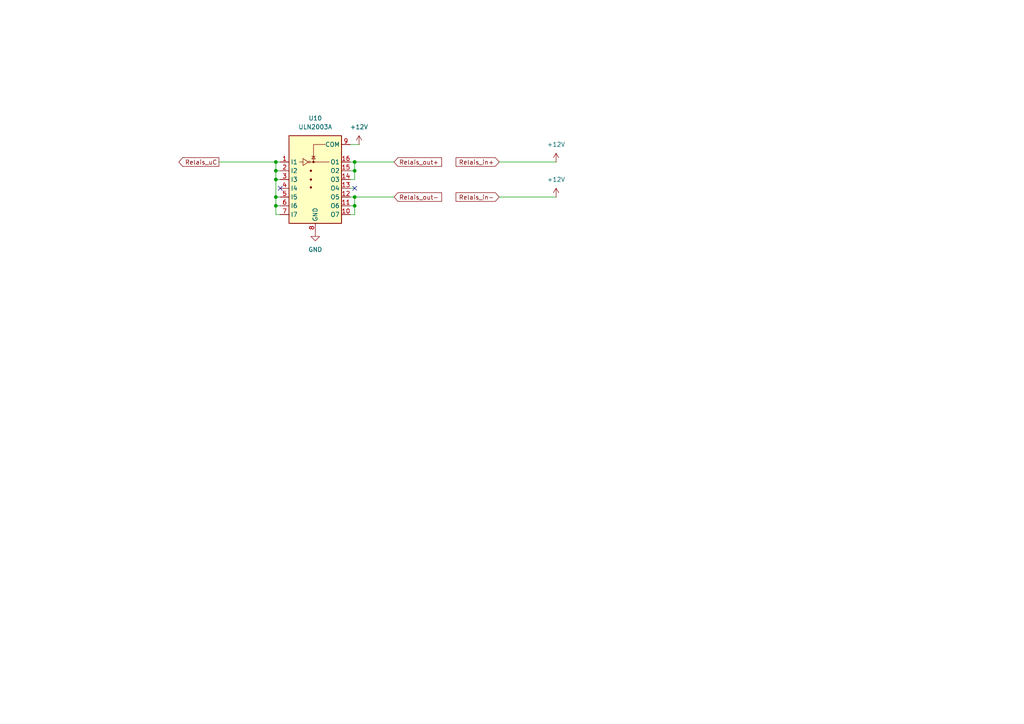
<source format=kicad_sch>
(kicad_sch
	(version 20250114)
	(generator "eeschema")
	(generator_version "9.0")
	(uuid "7ee19818-9e30-4c04-a475-527b6bf482d3")
	(paper "A4")
	(lib_symbols
		(symbol "Transistor_Array:ULN2003A"
			(exclude_from_sim no)
			(in_bom yes)
			(on_board yes)
			(property "Reference" "U"
				(at 0 15.875 0)
				(effects
					(font
						(size 1.27 1.27)
					)
				)
			)
			(property "Value" "ULN2003A"
				(at 0 13.97 0)
				(effects
					(font
						(size 1.27 1.27)
					)
				)
			)
			(property "Footprint" ""
				(at 1.27 -13.97 0)
				(effects
					(font
						(size 1.27 1.27)
					)
					(justify left)
					(hide yes)
				)
			)
			(property "Datasheet" "http://www.ti.com/lit/ds/symlink/uln2003a.pdf"
				(at 2.54 -5.08 0)
				(effects
					(font
						(size 1.27 1.27)
					)
					(hide yes)
				)
			)
			(property "Description" "High Voltage, High Current Darlington Transistor Arrays, SOIC16/SOIC16W/DIP16/TSSOP16"
				(at 0 0 0)
				(effects
					(font
						(size 1.27 1.27)
					)
					(hide yes)
				)
			)
			(property "ki_keywords" "darlington transistor array"
				(at 0 0 0)
				(effects
					(font
						(size 1.27 1.27)
					)
					(hide yes)
				)
			)
			(property "ki_fp_filters" "DIP*W7.62mm* SOIC*3.9x9.9mm*P1.27mm* SSOP*4.4x5.2mm*P0.65mm* TSSOP*4.4x5mm*P0.65mm* SOIC*W*5.3x10.2mm*P1.27mm*"
				(at 0 0 0)
				(effects
					(font
						(size 1.27 1.27)
					)
					(hide yes)
				)
			)
			(symbol "ULN2003A_0_1"
				(rectangle
					(start -7.62 -12.7)
					(end 7.62 12.7)
					(stroke
						(width 0.254)
						(type default)
					)
					(fill
						(type background)
					)
				)
				(polyline
					(pts
						(xy -4.572 5.08) (xy -3.556 5.08)
					)
					(stroke
						(width 0)
						(type default)
					)
					(fill
						(type none)
					)
				)
				(polyline
					(pts
						(xy -3.556 6.096) (xy -3.556 4.064) (xy -2.032 5.08) (xy -3.556 6.096)
					)
					(stroke
						(width 0)
						(type default)
					)
					(fill
						(type none)
					)
				)
				(circle
					(center -1.778 5.08)
					(radius 0.254)
					(stroke
						(width 0)
						(type default)
					)
					(fill
						(type none)
					)
				)
				(polyline
					(pts
						(xy -1.524 5.08) (xy 4.064 5.08)
					)
					(stroke
						(width 0)
						(type default)
					)
					(fill
						(type none)
					)
				)
				(circle
					(center -1.27 2.54)
					(radius 0.254)
					(stroke
						(width 0)
						(type default)
					)
					(fill
						(type outline)
					)
				)
				(circle
					(center -1.27 0)
					(radius 0.254)
					(stroke
						(width 0)
						(type default)
					)
					(fill
						(type outline)
					)
				)
				(circle
					(center -1.27 -2.286)
					(radius 0.254)
					(stroke
						(width 0)
						(type default)
					)
					(fill
						(type outline)
					)
				)
				(circle
					(center -0.508 5.08)
					(radius 0.254)
					(stroke
						(width 0)
						(type default)
					)
					(fill
						(type outline)
					)
				)
				(polyline
					(pts
						(xy -0.508 5.08) (xy -0.508 10.16) (xy 2.921 10.16)
					)
					(stroke
						(width 0)
						(type default)
					)
					(fill
						(type none)
					)
				)
				(polyline
					(pts
						(xy 0 6.731) (xy -1.016 6.731)
					)
					(stroke
						(width 0)
						(type default)
					)
					(fill
						(type none)
					)
				)
				(polyline
					(pts
						(xy 0 5.969) (xy -1.016 5.969) (xy -0.508 6.731) (xy 0 5.969)
					)
					(stroke
						(width 0)
						(type default)
					)
					(fill
						(type none)
					)
				)
			)
			(symbol "ULN2003A_1_1"
				(pin input line
					(at -10.16 5.08 0)
					(length 2.54)
					(name "I1"
						(effects
							(font
								(size 1.27 1.27)
							)
						)
					)
					(number "1"
						(effects
							(font
								(size 1.27 1.27)
							)
						)
					)
				)
				(pin input line
					(at -10.16 2.54 0)
					(length 2.54)
					(name "I2"
						(effects
							(font
								(size 1.27 1.27)
							)
						)
					)
					(number "2"
						(effects
							(font
								(size 1.27 1.27)
							)
						)
					)
				)
				(pin input line
					(at -10.16 0 0)
					(length 2.54)
					(name "I3"
						(effects
							(font
								(size 1.27 1.27)
							)
						)
					)
					(number "3"
						(effects
							(font
								(size 1.27 1.27)
							)
						)
					)
				)
				(pin input line
					(at -10.16 -2.54 0)
					(length 2.54)
					(name "I4"
						(effects
							(font
								(size 1.27 1.27)
							)
						)
					)
					(number "4"
						(effects
							(font
								(size 1.27 1.27)
							)
						)
					)
				)
				(pin input line
					(at -10.16 -5.08 0)
					(length 2.54)
					(name "I5"
						(effects
							(font
								(size 1.27 1.27)
							)
						)
					)
					(number "5"
						(effects
							(font
								(size 1.27 1.27)
							)
						)
					)
				)
				(pin input line
					(at -10.16 -7.62 0)
					(length 2.54)
					(name "I6"
						(effects
							(font
								(size 1.27 1.27)
							)
						)
					)
					(number "6"
						(effects
							(font
								(size 1.27 1.27)
							)
						)
					)
				)
				(pin input line
					(at -10.16 -10.16 0)
					(length 2.54)
					(name "I7"
						(effects
							(font
								(size 1.27 1.27)
							)
						)
					)
					(number "7"
						(effects
							(font
								(size 1.27 1.27)
							)
						)
					)
				)
				(pin power_in line
					(at 0 -15.24 90)
					(length 2.54)
					(name "GND"
						(effects
							(font
								(size 1.27 1.27)
							)
						)
					)
					(number "8"
						(effects
							(font
								(size 1.27 1.27)
							)
						)
					)
				)
				(pin passive line
					(at 10.16 10.16 180)
					(length 2.54)
					(name "COM"
						(effects
							(font
								(size 1.27 1.27)
							)
						)
					)
					(number "9"
						(effects
							(font
								(size 1.27 1.27)
							)
						)
					)
				)
				(pin open_collector line
					(at 10.16 5.08 180)
					(length 2.54)
					(name "O1"
						(effects
							(font
								(size 1.27 1.27)
							)
						)
					)
					(number "16"
						(effects
							(font
								(size 1.27 1.27)
							)
						)
					)
				)
				(pin open_collector line
					(at 10.16 2.54 180)
					(length 2.54)
					(name "O2"
						(effects
							(font
								(size 1.27 1.27)
							)
						)
					)
					(number "15"
						(effects
							(font
								(size 1.27 1.27)
							)
						)
					)
				)
				(pin open_collector line
					(at 10.16 0 180)
					(length 2.54)
					(name "O3"
						(effects
							(font
								(size 1.27 1.27)
							)
						)
					)
					(number "14"
						(effects
							(font
								(size 1.27 1.27)
							)
						)
					)
				)
				(pin open_collector line
					(at 10.16 -2.54 180)
					(length 2.54)
					(name "O4"
						(effects
							(font
								(size 1.27 1.27)
							)
						)
					)
					(number "13"
						(effects
							(font
								(size 1.27 1.27)
							)
						)
					)
				)
				(pin open_collector line
					(at 10.16 -5.08 180)
					(length 2.54)
					(name "O5"
						(effects
							(font
								(size 1.27 1.27)
							)
						)
					)
					(number "12"
						(effects
							(font
								(size 1.27 1.27)
							)
						)
					)
				)
				(pin open_collector line
					(at 10.16 -7.62 180)
					(length 2.54)
					(name "O6"
						(effects
							(font
								(size 1.27 1.27)
							)
						)
					)
					(number "11"
						(effects
							(font
								(size 1.27 1.27)
							)
						)
					)
				)
				(pin open_collector line
					(at 10.16 -10.16 180)
					(length 2.54)
					(name "O7"
						(effects
							(font
								(size 1.27 1.27)
							)
						)
					)
					(number "10"
						(effects
							(font
								(size 1.27 1.27)
							)
						)
					)
				)
			)
			(embedded_fonts no)
		)
		(symbol "power:+12V"
			(power)
			(pin_numbers
				(hide yes)
			)
			(pin_names
				(offset 0)
				(hide yes)
			)
			(exclude_from_sim no)
			(in_bom yes)
			(on_board yes)
			(property "Reference" "#PWR"
				(at 0 -3.81 0)
				(effects
					(font
						(size 1.27 1.27)
					)
					(hide yes)
				)
			)
			(property "Value" "+12V"
				(at 0 3.556 0)
				(effects
					(font
						(size 1.27 1.27)
					)
				)
			)
			(property "Footprint" ""
				(at 0 0 0)
				(effects
					(font
						(size 1.27 1.27)
					)
					(hide yes)
				)
			)
			(property "Datasheet" ""
				(at 0 0 0)
				(effects
					(font
						(size 1.27 1.27)
					)
					(hide yes)
				)
			)
			(property "Description" "Power symbol creates a global label with name \"+12V\""
				(at 0 0 0)
				(effects
					(font
						(size 1.27 1.27)
					)
					(hide yes)
				)
			)
			(property "ki_keywords" "global power"
				(at 0 0 0)
				(effects
					(font
						(size 1.27 1.27)
					)
					(hide yes)
				)
			)
			(symbol "+12V_0_1"
				(polyline
					(pts
						(xy -0.762 1.27) (xy 0 2.54)
					)
					(stroke
						(width 0)
						(type default)
					)
					(fill
						(type none)
					)
				)
				(polyline
					(pts
						(xy 0 2.54) (xy 0.762 1.27)
					)
					(stroke
						(width 0)
						(type default)
					)
					(fill
						(type none)
					)
				)
				(polyline
					(pts
						(xy 0 0) (xy 0 2.54)
					)
					(stroke
						(width 0)
						(type default)
					)
					(fill
						(type none)
					)
				)
			)
			(symbol "+12V_1_1"
				(pin power_in line
					(at 0 0 90)
					(length 0)
					(name "~"
						(effects
							(font
								(size 1.27 1.27)
							)
						)
					)
					(number "1"
						(effects
							(font
								(size 1.27 1.27)
							)
						)
					)
				)
			)
			(embedded_fonts no)
		)
		(symbol "power:GND"
			(power)
			(pin_numbers
				(hide yes)
			)
			(pin_names
				(offset 0)
				(hide yes)
			)
			(exclude_from_sim no)
			(in_bom yes)
			(on_board yes)
			(property "Reference" "#PWR"
				(at 0 -6.35 0)
				(effects
					(font
						(size 1.27 1.27)
					)
					(hide yes)
				)
			)
			(property "Value" "GND"
				(at 0 -3.81 0)
				(effects
					(font
						(size 1.27 1.27)
					)
				)
			)
			(property "Footprint" ""
				(at 0 0 0)
				(effects
					(font
						(size 1.27 1.27)
					)
					(hide yes)
				)
			)
			(property "Datasheet" ""
				(at 0 0 0)
				(effects
					(font
						(size 1.27 1.27)
					)
					(hide yes)
				)
			)
			(property "Description" "Power symbol creates a global label with name \"GND\" , ground"
				(at 0 0 0)
				(effects
					(font
						(size 1.27 1.27)
					)
					(hide yes)
				)
			)
			(property "ki_keywords" "global power"
				(at 0 0 0)
				(effects
					(font
						(size 1.27 1.27)
					)
					(hide yes)
				)
			)
			(symbol "GND_0_1"
				(polyline
					(pts
						(xy 0 0) (xy 0 -1.27) (xy 1.27 -1.27) (xy 0 -2.54) (xy -1.27 -1.27) (xy 0 -1.27)
					)
					(stroke
						(width 0)
						(type default)
					)
					(fill
						(type none)
					)
				)
			)
			(symbol "GND_1_1"
				(pin power_in line
					(at 0 0 270)
					(length 0)
					(name "~"
						(effects
							(font
								(size 1.27 1.27)
							)
						)
					)
					(number "1"
						(effects
							(font
								(size 1.27 1.27)
							)
						)
					)
				)
			)
			(embedded_fonts no)
		)
	)
	(junction
		(at 80.01 49.53)
		(diameter 0)
		(color 0 0 0 0)
		(uuid "1f88554e-73e2-4115-969e-4e9a66bfc527")
	)
	(junction
		(at 102.87 57.15)
		(diameter 0)
		(color 0 0 0 0)
		(uuid "29f0b66a-bbff-4d1c-ab6f-921c1c563a1f")
	)
	(junction
		(at 80.01 52.07)
		(diameter 0)
		(color 0 0 0 0)
		(uuid "2df8c882-40df-4615-884a-65c33fa5bfb4")
	)
	(junction
		(at 102.87 46.99)
		(diameter 0)
		(color 0 0 0 0)
		(uuid "5703b1b3-3b63-444c-ade2-d2c8aa6a1b1b")
	)
	(junction
		(at 80.01 57.15)
		(diameter 0)
		(color 0 0 0 0)
		(uuid "614a7ac8-c393-4fd6-944e-99e63fab7180")
	)
	(junction
		(at 102.87 49.53)
		(diameter 0)
		(color 0 0 0 0)
		(uuid "79a7c489-87fa-42c9-b07c-07d838b50a94")
	)
	(junction
		(at 80.01 59.69)
		(diameter 0)
		(color 0 0 0 0)
		(uuid "8202b407-cc33-4ca2-895d-8a317a698c55")
	)
	(junction
		(at 80.01 46.99)
		(diameter 0)
		(color 0 0 0 0)
		(uuid "d2159f13-f332-462a-a61b-13e40d5265ad")
	)
	(junction
		(at 102.87 59.69)
		(diameter 0)
		(color 0 0 0 0)
		(uuid "dc853c27-3c00-4497-88e7-595ab0064d9a")
	)
	(no_connect
		(at 81.28 54.61)
		(uuid "4edab81a-10f5-49b8-981b-1e77b7fa0f73")
	)
	(no_connect
		(at 102.87 54.61)
		(uuid "cc78d53c-46f2-488d-998f-7d849894bf09")
	)
	(wire
		(pts
			(xy 101.6 41.91) (xy 104.14 41.91)
		)
		(stroke
			(width 0)
			(type default)
		)
		(uuid "02d74d27-2c25-40b3-9d23-a9195e66476e")
	)
	(wire
		(pts
			(xy 80.01 46.99) (xy 81.28 46.99)
		)
		(stroke
			(width 0)
			(type default)
		)
		(uuid "206117d7-4899-4a7a-a1e5-dd1cbbd0d2f3")
	)
	(wire
		(pts
			(xy 102.87 49.53) (xy 102.87 52.07)
		)
		(stroke
			(width 0)
			(type default)
		)
		(uuid "244ad8b9-8cda-423f-87aa-7cea836a1249")
	)
	(wire
		(pts
			(xy 101.6 54.61) (xy 102.87 54.61)
		)
		(stroke
			(width 0)
			(type default)
		)
		(uuid "248130d6-58fd-4a6d-bb7b-4d02a6d482f5")
	)
	(wire
		(pts
			(xy 81.28 59.69) (xy 80.01 59.69)
		)
		(stroke
			(width 0)
			(type default)
		)
		(uuid "2c6a0776-77b8-41da-8c34-40a32e8e1172")
	)
	(wire
		(pts
			(xy 80.01 59.69) (xy 80.01 62.23)
		)
		(stroke
			(width 0)
			(type default)
		)
		(uuid "2ec0579b-16a5-4b86-82c8-e2af87087140")
	)
	(wire
		(pts
			(xy 80.01 49.53) (xy 80.01 52.07)
		)
		(stroke
			(width 0)
			(type default)
		)
		(uuid "31175cdc-68e4-4aae-ba48-1f851495bd94")
	)
	(wire
		(pts
			(xy 80.01 62.23) (xy 81.28 62.23)
		)
		(stroke
			(width 0)
			(type default)
		)
		(uuid "3c9b9d3f-e42a-43ac-9fcf-39773dabc560")
	)
	(wire
		(pts
			(xy 101.6 62.23) (xy 102.87 62.23)
		)
		(stroke
			(width 0)
			(type default)
		)
		(uuid "3dbb7d89-bf6c-4971-b696-d524866c661a")
	)
	(wire
		(pts
			(xy 102.87 57.15) (xy 102.87 59.69)
		)
		(stroke
			(width 0)
			(type default)
		)
		(uuid "61d65ad7-a749-4125-b8bc-bab95a39976d")
	)
	(wire
		(pts
			(xy 80.01 57.15) (xy 81.28 57.15)
		)
		(stroke
			(width 0)
			(type default)
		)
		(uuid "790d1b62-52ab-4b67-81e9-c32b95276b5b")
	)
	(wire
		(pts
			(xy 101.6 52.07) (xy 102.87 52.07)
		)
		(stroke
			(width 0)
			(type default)
		)
		(uuid "79690246-6175-41b7-811d-eb8f100e094d")
	)
	(wire
		(pts
			(xy 80.01 52.07) (xy 81.28 52.07)
		)
		(stroke
			(width 0)
			(type default)
		)
		(uuid "8816c864-c8ce-4795-9b1c-f683c9992c28")
	)
	(wire
		(pts
			(xy 63.5 46.99) (xy 80.01 46.99)
		)
		(stroke
			(width 0)
			(type default)
		)
		(uuid "89c2273f-cfed-4fb7-bf69-43970bb0ae83")
	)
	(wire
		(pts
			(xy 80.01 49.53) (xy 80.01 46.99)
		)
		(stroke
			(width 0)
			(type default)
		)
		(uuid "8ea8a2d6-006c-4242-a3b9-f18280dae990")
	)
	(wire
		(pts
			(xy 102.87 49.53) (xy 101.6 49.53)
		)
		(stroke
			(width 0)
			(type default)
		)
		(uuid "8fd95b97-7a25-4217-9f05-5aab6fba7f11")
	)
	(wire
		(pts
			(xy 102.87 57.15) (xy 101.6 57.15)
		)
		(stroke
			(width 0)
			(type default)
		)
		(uuid "ab28772e-2048-4a84-992b-ebc45c6a405c")
	)
	(wire
		(pts
			(xy 80.01 57.15) (xy 80.01 59.69)
		)
		(stroke
			(width 0)
			(type default)
		)
		(uuid "b343dba0-1fce-4b71-87b7-72168da72002")
	)
	(wire
		(pts
			(xy 81.28 49.53) (xy 80.01 49.53)
		)
		(stroke
			(width 0)
			(type default)
		)
		(uuid "b4673cd2-2f34-4127-9ed7-76e96b7481f0")
	)
	(wire
		(pts
			(xy 102.87 46.99) (xy 114.3 46.99)
		)
		(stroke
			(width 0)
			(type default)
		)
		(uuid "b57ee77a-700e-4b88-a953-552e62de1932")
	)
	(wire
		(pts
			(xy 101.6 59.69) (xy 102.87 59.69)
		)
		(stroke
			(width 0)
			(type default)
		)
		(uuid "b8f5feaf-7c58-425b-8b7b-b9d3cbdfe9b7")
	)
	(wire
		(pts
			(xy 102.87 59.69) (xy 102.87 62.23)
		)
		(stroke
			(width 0)
			(type default)
		)
		(uuid "bb578bca-e6d1-4c31-a000-45be3fe0c27c")
	)
	(wire
		(pts
			(xy 101.6 46.99) (xy 102.87 46.99)
		)
		(stroke
			(width 0)
			(type default)
		)
		(uuid "d2aa2d48-ea15-4dcc-8e0a-646d7dbc1a19")
	)
	(wire
		(pts
			(xy 144.78 46.99) (xy 161.29 46.99)
		)
		(stroke
			(width 0)
			(type default)
		)
		(uuid "d61140fe-1fe2-45e6-bf6a-b0f452e45dfa")
	)
	(wire
		(pts
			(xy 102.87 46.99) (xy 102.87 49.53)
		)
		(stroke
			(width 0)
			(type default)
		)
		(uuid "dd049aed-d3b1-4037-ad6d-5b4718ae37eb")
	)
	(wire
		(pts
			(xy 80.01 52.07) (xy 80.01 57.15)
		)
		(stroke
			(width 0)
			(type default)
		)
		(uuid "e37d4a30-71ad-433a-afea-6e6e4ac71f7e")
	)
	(wire
		(pts
			(xy 144.78 57.15) (xy 161.29 57.15)
		)
		(stroke
			(width 0)
			(type default)
		)
		(uuid "e4688cb0-3d71-4c30-9e3e-9b38f1bc5b77")
	)
	(wire
		(pts
			(xy 102.87 57.15) (xy 114.3 57.15)
		)
		(stroke
			(width 0)
			(type default)
		)
		(uuid "f14b825b-2a1b-4a3a-a4f7-baeb1854aa18")
	)
	(global_label "Relais_uC"
		(shape output)
		(at 63.5 46.99 180)
		(fields_autoplaced yes)
		(effects
			(font
				(size 1.27 1.27)
			)
			(justify right)
		)
		(uuid "28b3e4c8-7bea-4e91-925f-eb319668ddc0")
		(property "Intersheetrefs" "${INTERSHEET_REFS}"
			(at 51.3225 46.99 0)
			(effects
				(font
					(size 1.27 1.27)
				)
				(justify right)
				(hide yes)
			)
		)
	)
	(global_label "Relais_out+"
		(shape input)
		(at 114.3 46.99 0)
		(fields_autoplaced yes)
		(effects
			(font
				(size 1.27 1.27)
			)
			(justify left)
		)
		(uuid "33fca356-5538-41ae-8954-687cc3bbb9d0")
		(property "Intersheetrefs" "${INTERSHEET_REFS}"
			(at 128.6546 46.99 0)
			(effects
				(font
					(size 1.27 1.27)
				)
				(justify left)
				(hide yes)
			)
		)
	)
	(global_label "Relais_in+"
		(shape input)
		(at 144.78 46.99 180)
		(fields_autoplaced yes)
		(effects
			(font
				(size 1.27 1.27)
			)
			(justify right)
		)
		(uuid "9e753af4-f83c-433d-a1c5-9c0a6bc18c2a")
		(property "Intersheetrefs" "${INTERSHEET_REFS}"
			(at 131.6953 46.99 0)
			(effects
				(font
					(size 1.27 1.27)
				)
				(justify right)
				(hide yes)
			)
		)
	)
	(global_label "Relais_out-"
		(shape input)
		(at 114.3 57.15 0)
		(fields_autoplaced yes)
		(effects
			(font
				(size 1.27 1.27)
			)
			(justify left)
		)
		(uuid "becc1626-60ef-4783-b080-4139d4719873")
		(property "Intersheetrefs" "${INTERSHEET_REFS}"
			(at 128.6546 57.15 0)
			(effects
				(font
					(size 1.27 1.27)
				)
				(justify left)
				(hide yes)
			)
		)
	)
	(global_label "Relais_in-"
		(shape input)
		(at 144.78 57.15 180)
		(fields_autoplaced yes)
		(effects
			(font
				(size 1.27 1.27)
			)
			(justify right)
		)
		(uuid "fcfbd01e-1733-4675-a936-04e0942e1ffe")
		(property "Intersheetrefs" "${INTERSHEET_REFS}"
			(at 131.6953 57.15 0)
			(effects
				(font
					(size 1.27 1.27)
				)
				(justify right)
				(hide yes)
			)
		)
	)
	(symbol
		(lib_id "power:GND")
		(at 91.44 67.31 0)
		(unit 1)
		(exclude_from_sim no)
		(in_bom yes)
		(on_board yes)
		(dnp no)
		(fields_autoplaced yes)
		(uuid "2f76bdcc-b53a-4cbf-9cc0-b4fa684585c2")
		(property "Reference" "#PWR0111"
			(at 91.44 73.66 0)
			(effects
				(font
					(size 1.27 1.27)
				)
				(hide yes)
			)
		)
		(property "Value" "GND"
			(at 91.44 72.39 0)
			(effects
				(font
					(size 1.27 1.27)
				)
			)
		)
		(property "Footprint" ""
			(at 91.44 67.31 0)
			(effects
				(font
					(size 1.27 1.27)
				)
				(hide yes)
			)
		)
		(property "Datasheet" ""
			(at 91.44 67.31 0)
			(effects
				(font
					(size 1.27 1.27)
				)
				(hide yes)
			)
		)
		(property "Description" "Power symbol creates a global label with name \"GND\" , ground"
			(at 91.44 67.31 0)
			(effects
				(font
					(size 1.27 1.27)
				)
				(hide yes)
			)
		)
		(pin "1"
			(uuid "c4dee1a2-3723-401a-a08a-2ef26dbb27af")
		)
		(instances
			(project ""
				(path "/f3f5bf67-59a2-4fff-a256-b414fb7b1786/70268bf0-6659-4886-b5bd-e8e42422f194"
					(reference "#PWR0111")
					(unit 1)
				)
			)
		)
	)
	(symbol
		(lib_id "power:+12V")
		(at 161.29 57.15 0)
		(unit 1)
		(exclude_from_sim no)
		(in_bom yes)
		(on_board yes)
		(dnp no)
		(fields_autoplaced yes)
		(uuid "68377a03-76fd-4d56-b165-98c88befbac9")
		(property "Reference" "#PWR0114"
			(at 161.29 60.96 0)
			(effects
				(font
					(size 1.27 1.27)
				)
				(hide yes)
			)
		)
		(property "Value" "+12V"
			(at 161.29 52.07 0)
			(effects
				(font
					(size 1.27 1.27)
				)
			)
		)
		(property "Footprint" ""
			(at 161.29 57.15 0)
			(effects
				(font
					(size 1.27 1.27)
				)
				(hide yes)
			)
		)
		(property "Datasheet" ""
			(at 161.29 57.15 0)
			(effects
				(font
					(size 1.27 1.27)
				)
				(hide yes)
			)
		)
		(property "Description" "Power symbol creates a global label with name \"+12V\""
			(at 161.29 57.15 0)
			(effects
				(font
					(size 1.27 1.27)
				)
				(hide yes)
			)
		)
		(pin "1"
			(uuid "570658b8-5dc7-431a-b6a1-da33a7f9ad05")
		)
		(instances
			(project ""
				(path "/f3f5bf67-59a2-4fff-a256-b414fb7b1786/70268bf0-6659-4886-b5bd-e8e42422f194"
					(reference "#PWR0114")
					(unit 1)
				)
			)
		)
	)
	(symbol
		(lib_id "power:+12V")
		(at 161.29 46.99 0)
		(unit 1)
		(exclude_from_sim no)
		(in_bom yes)
		(on_board yes)
		(dnp no)
		(fields_autoplaced yes)
		(uuid "71f12520-7a5f-4a0f-b61f-318d177e15b7")
		(property "Reference" "#PWR0112"
			(at 161.29 50.8 0)
			(effects
				(font
					(size 1.27 1.27)
				)
				(hide yes)
			)
		)
		(property "Value" "+12V"
			(at 161.29 41.91 0)
			(effects
				(font
					(size 1.27 1.27)
				)
			)
		)
		(property "Footprint" ""
			(at 161.29 46.99 0)
			(effects
				(font
					(size 1.27 1.27)
				)
				(hide yes)
			)
		)
		(property "Datasheet" ""
			(at 161.29 46.99 0)
			(effects
				(font
					(size 1.27 1.27)
				)
				(hide yes)
			)
		)
		(property "Description" "Power symbol creates a global label with name \"+12V\""
			(at 161.29 46.99 0)
			(effects
				(font
					(size 1.27 1.27)
				)
				(hide yes)
			)
		)
		(pin "1"
			(uuid "ac809289-71df-4c46-8131-7e8f1ce6a0c9")
		)
		(instances
			(project ""
				(path "/f3f5bf67-59a2-4fff-a256-b414fb7b1786/70268bf0-6659-4886-b5bd-e8e42422f194"
					(reference "#PWR0112")
					(unit 1)
				)
			)
		)
	)
	(symbol
		(lib_id "Transistor_Array:ULN2003A")
		(at 91.44 52.07 0)
		(unit 1)
		(exclude_from_sim no)
		(in_bom yes)
		(on_board yes)
		(dnp no)
		(fields_autoplaced yes)
		(uuid "9736105b-cebb-4a49-9703-3b6c9cf77889")
		(property "Reference" "U10"
			(at 91.44 34.29 0)
			(effects
				(font
					(size 1.27 1.27)
				)
			)
		)
		(property "Value" "ULN2003A"
			(at 91.44 36.83 0)
			(effects
				(font
					(size 1.27 1.27)
				)
			)
		)
		(property "Footprint" "Package_SO:SOIC-16_3.9x9.9mm_P1.27mm"
			(at 92.71 66.04 0)
			(effects
				(font
					(size 1.27 1.27)
				)
				(justify left)
				(hide yes)
			)
		)
		(property "Datasheet" "http://www.ti.com/lit/ds/symlink/uln2003a.pdf"
			(at 93.98 57.15 0)
			(effects
				(font
					(size 1.27 1.27)
				)
				(hide yes)
			)
		)
		(property "Description" "High Voltage, High Current Darlington Transistor Arrays, SOIC16/SOIC16W/DIP16/TSSOP16"
			(at 91.44 52.07 0)
			(effects
				(font
					(size 1.27 1.27)
				)
				(hide yes)
			)
		)
		(pin "1"
			(uuid "81af3087-bd94-43e1-86ef-2c5af36de397")
		)
		(pin "10"
			(uuid "659863ba-8dc4-4e8b-a8f6-c255a7ebcc1c")
		)
		(pin "8"
			(uuid "d738f4a2-b376-494f-b5b7-0e59fc0c3b2e")
		)
		(pin "4"
			(uuid "668fdbd7-5d53-4e9d-8949-977d08a8efd4")
		)
		(pin "7"
			(uuid "f0bf319e-b7cf-48fb-ade8-68525314d30d")
		)
		(pin "9"
			(uuid "3c9b24ad-f06e-404f-942a-8c5859c2a2dc")
		)
		(pin "5"
			(uuid "ec951e3e-480d-4e3a-ac22-35e93e101cff")
		)
		(pin "6"
			(uuid "88219b51-7a0f-4f7d-a580-a3b1a59cbe4a")
		)
		(pin "3"
			(uuid "3d850f2a-6bf7-4b31-82bd-34fe1c3c4e1b")
		)
		(pin "16"
			(uuid "d0f949d3-775e-4385-ba7c-35468f42b21f")
		)
		(pin "13"
			(uuid "5aa10855-feba-48bf-93fa-aec204381978")
		)
		(pin "12"
			(uuid "89152f74-afc8-4a1e-9589-498c201cc5ab")
		)
		(pin "11"
			(uuid "df92ddb4-ff6d-4370-8da2-286ac04f7e65")
		)
		(pin "15"
			(uuid "4863b1da-176f-4212-a6c2-0aac4e52f882")
		)
		(pin "2"
			(uuid "0b8a5932-5fe7-4eb1-a3a7-bc1da21c8516")
		)
		(pin "14"
			(uuid "395f00ce-309a-4261-b1e8-bb98add8c77b")
		)
		(instances
			(project ""
				(path "/f3f5bf67-59a2-4fff-a256-b414fb7b1786/70268bf0-6659-4886-b5bd-e8e42422f194"
					(reference "U10")
					(unit 1)
				)
			)
		)
	)
	(symbol
		(lib_id "power:+12V")
		(at 104.14 41.91 0)
		(unit 1)
		(exclude_from_sim no)
		(in_bom yes)
		(on_board yes)
		(dnp no)
		(fields_autoplaced yes)
		(uuid "d2a9d8fa-7c05-455c-a04b-cc097f240eb9")
		(property "Reference" "#PWR0113"
			(at 104.14 45.72 0)
			(effects
				(font
					(size 1.27 1.27)
				)
				(hide yes)
			)
		)
		(property "Value" "+12V"
			(at 104.14 36.83 0)
			(effects
				(font
					(size 1.27 1.27)
				)
			)
		)
		(property "Footprint" ""
			(at 104.14 41.91 0)
			(effects
				(font
					(size 1.27 1.27)
				)
				(hide yes)
			)
		)
		(property "Datasheet" ""
			(at 104.14 41.91 0)
			(effects
				(font
					(size 1.27 1.27)
				)
				(hide yes)
			)
		)
		(property "Description" "Power symbol creates a global label with name \"+12V\""
			(at 104.14 41.91 0)
			(effects
				(font
					(size 1.27 1.27)
				)
				(hide yes)
			)
		)
		(pin "1"
			(uuid "5e83e98e-24d4-40ec-ba62-b03be4920414")
		)
		(instances
			(project ""
				(path "/f3f5bf67-59a2-4fff-a256-b414fb7b1786/70268bf0-6659-4886-b5bd-e8e42422f194"
					(reference "#PWR0113")
					(unit 1)
				)
			)
		)
	)
)

</source>
